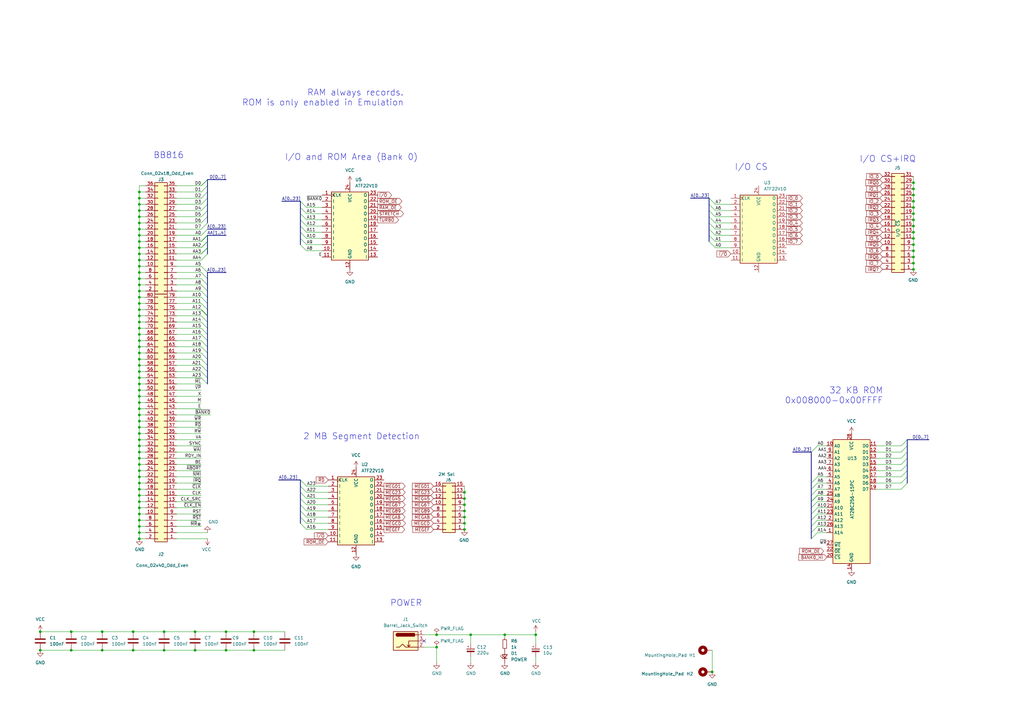
<source format=kicad_sch>
(kicad_sch (version 20250114) (generator "eeschema") (generator_version "9.0")
  (paper "A3")
  (text "2 MB Segment Detection" (at 172.212 180.594 0) (effects (font (size 2.54 2.54)) (justify right bottom)))
  (text "POWER" (at 160.02 248.92 0) (effects (font (size 2.54 2.54)) (justify left bottom)))
  (text "RAM always records.\nROM is only enabled in Emulation" (at 165.608 43.688 0) (effects (font (size 2.54 2.54)) (justify right bottom)))
  (text "32 KB ROM\n0x008000-0x00FFFF" (at 362.204 165.862 0) (effects (font (size 2.54 2.54)) (justify right bottom)))
  (text "BB816" (at 75.438 65.278 0) (effects (font (size 2.54 2.54)) (justify right bottom)))
  (text "I/O CS" (at 314.96 70.104 0) (effects (font (size 2.54 2.54)) (justify right bottom)))
  (text "I/O and ROM Area (Bank 0)" (at 171.45 66.04 0) (effects (font (size 2.54 2.54)) (justify right bottom)))
  (text "I/O CS+IRQ" (at 375.666 66.802 0) (effects (font (size 2.54 2.54)) (justify right bottom)))
  (junction (at 57.15 83.82))
  (junction (at 374.65 85.09))
  (junction (at 57.15 81.28))
  (junction (at 374.65 77.47))
  (junction (at 67.31 259.08))
  (junction (at 190.5 217.17))
  (junction (at 57.15 167.64))
  (junction (at 374.65 97.79))
  (junction (at 57.15 104.14))
  (junction (at 57.15 96.52))
  (junction (at 374.65 110.49))
  (junction (at 190.5 201.93))
  (junction (at 57.15 157.48))
  (junction (at 57.15 170.18))
  (junction (at 374.65 105.41))
  (junction (at 374.65 74.93))
  (junction (at 57.15 198.12))
  (junction (at 292.1 275.59))
  (junction (at 16.51 259.08))
  (junction (at 57.15 134.62))
  (junction (at 57.15 218.44))
  (junction (at 374.65 92.71))
  (junction (at 57.15 109.22))
  (junction (at 207.01 260.35))
  (junction (at 190.5 207.01))
  (junction (at 57.15 200.66))
  (junction (at 179.07 265.43))
  (junction (at 57.15 185.42))
  (junction (at 57.15 149.86))
  (junction (at 57.15 177.8))
  (junction (at 57.15 116.84))
  (junction (at 57.15 172.72))
  (junction (at 190.5 204.47))
  (junction (at 41.91 266.7))
  (junction (at 57.15 162.56))
  (junction (at 374.65 95.25))
  (junction (at 92.71 259.08))
  (junction (at 57.15 190.5))
  (junction (at 104.14 266.7))
  (junction (at 57.15 195.58))
  (junction (at 57.15 175.26))
  (junction (at 57.15 86.36))
  (junction (at 57.15 132.08))
  (junction (at 57.15 203.2))
  (junction (at 29.21 259.08))
  (junction (at 80.01 259.08))
  (junction (at 57.15 213.36))
  (junction (at 57.15 111.76))
  (junction (at 57.15 137.16))
  (junction (at 374.65 80.01))
  (junction (at 374.65 107.95))
  (junction (at 92.71 266.7))
  (junction (at 57.15 99.06))
  (junction (at 57.15 119.38))
  (junction (at 57.15 106.68))
  (junction (at 57.15 124.46))
  (junction (at 57.15 182.88))
  (junction (at 190.5 212.09))
  (junction (at 57.15 215.9))
  (junction (at 57.15 101.6))
  (junction (at 54.61 259.08))
  (junction (at 374.65 82.55))
  (junction (at 57.15 78.74))
  (junction (at 374.65 102.87))
  (junction (at 57.15 144.78))
  (junction (at 104.14 259.08))
  (junction (at 57.15 121.92))
  (junction (at 57.15 187.96))
  (junction (at 57.15 160.02))
  (junction (at 190.5 209.55))
  (junction (at 54.61 266.7))
  (junction (at 57.15 114.3))
  (junction (at 374.65 100.33))
  (junction (at 57.15 165.1))
  (junction (at 57.15 205.74))
  (junction (at 179.07 260.35))
  (junction (at 57.15 93.98))
  (junction (at 67.31 266.7))
  (junction (at 57.15 193.04))
  (junction (at 16.51 266.7))
  (junction (at 57.15 91.44))
  (junction (at 41.91 259.08))
  (junction (at 57.15 127))
  (junction (at 29.21 266.7))
  (junction (at 80.01 266.7))
  (junction (at 190.5 214.63))
  (junction (at 374.65 90.17))
  (junction (at 193.04 260.35))
  (junction (at 57.15 142.24))
  (junction (at 57.15 220.98))
  (junction (at 57.15 154.94))
  (junction (at 57.15 88.9))
  (junction (at 57.15 180.34))
  (junction (at 57.15 210.82))
  (junction (at 57.15 129.54))
  (junction (at 57.15 147.32))
  (junction (at 374.65 87.63))
  (junction (at 57.15 152.4))
  (junction (at 57.15 139.7))
  (junction (at 57.15 208.28))
  (junction (at 219.71 260.35))
  (no_connect (at 173.99 262.89))
  (bus_entry (at 372.11 195.58) (size -2.54 2.54))
  (bus_entry (at 85.09 137.16) (size -2.54 -2.54))
  (bus_entry (at 332.74 220.98) (size 2.54 -2.54))
  (bus_entry (at 85.09 157.48) (size -2.54 -2.54))
  (bus_entry (at 85.09 104.14) (size -2.54 2.54))
  (bus_entry (at 85.09 154.94) (size -2.54 -2.54))
  (bus_entry (at 123.19 85.09) (size 2.54 2.54))
  (bus_entry (at 85.09 124.46) (size -2.54 -2.54))
  (bus_entry (at 85.09 99.06) (size -2.54 2.54))
  (bus_entry (at 372.11 180.34) (size -2.54 2.54))
  (bus_entry (at 123.19 97.79) (size 2.54 2.54))
  (bus_entry (at 372.11 182.88) (size -2.54 2.54))
  (bus_entry (at 123.19 201.93) (size 2.54 2.54))
  (bus_entry (at 85.09 127) (size -2.54 -2.54))
  (bus_entry (at 123.19 95.25) (size 2.54 2.54))
  (bus_entry (at 123.19 196.85) (size 2.54 2.54))
  (bus_entry (at 85.09 147.32) (size -2.54 -2.54))
  (bus_entry (at 290.83 93.98) (size 2.54 2.54))
  (bus_entry (at 290.83 96.52) (size 2.54 2.54))
  (bus_entry (at 85.09 119.38) (size -2.54 -2.54))
  (bus_entry (at 125.73 217.17) (size -2.54 -2.54))
  (bus_entry (at 332.74 213.36) (size 2.54 -2.54))
  (bus_entry (at 85.09 73.66) (size -2.54 2.54))
  (bus_entry (at 85.09 116.84) (size -2.54 -2.54))
  (bus_entry (at 85.09 86.36) (size -2.54 2.54))
  (bus_entry (at 85.09 78.74) (size -2.54 2.54))
  (bus_entry (at 332.74 218.44) (size 2.54 -2.54))
  (bus_entry (at 85.09 134.62) (size -2.54 -2.54))
  (bus_entry (at 332.74 200.66) (size 2.54 -2.54))
  (bus_entry (at 85.09 91.44) (size -2.54 2.54))
  (bus_entry (at 85.09 96.52) (size -2.54 2.54))
  (bus_entry (at 85.09 73.66) (size -2.54 2.54))
  (bus_entry (at 123.19 209.55) (size 2.54 2.54))
  (bus_entry (at 85.09 81.28) (size -2.54 2.54))
  (bus_entry (at 85.09 83.82) (size -2.54 2.54))
  (bus_entry (at 85.09 129.54) (size -2.54 -2.54))
  (bus_entry (at 123.19 100.33) (size 2.54 2.54))
  (bus_entry (at 85.09 142.24) (size -2.54 -2.54))
  (bus_entry (at 123.19 92.71) (size 2.54 2.54))
  (bus_entry (at 290.83 81.28) (size 2.54 2.54))
  (bus_entry (at 123.19 204.47) (size 2.54 2.54))
  (bus_entry (at 85.09 76.2) (size -2.54 2.54))
  (bus_entry (at 85.09 93.98) (size -2.54 2.54))
  (bus_entry (at 332.74 205.74) (size 2.54 -2.54))
  (bus_entry (at 85.09 101.6) (size -2.54 2.54))
  (bus_entry (at 123.19 82.55) (size 2.54 2.54))
  (bus_entry (at 372.11 193.04) (size -2.54 2.54))
  (bus_entry (at 125.73 209.55) (size -2.54 -2.54))
  (bus_entry (at 85.09 129.54) (size -2.54 -2.54))
  (bus_entry (at 372.11 190.5) (size -2.54 2.54))
  (bus_entry (at 332.74 205.74) (size 2.54 -2.54))
  (bus_entry (at 85.09 96.52) (size -2.54 2.54))
  (bus_entry (at 332.74 198.12) (size 2.54 -2.54))
  (bus_entry (at 290.83 88.9) (size 2.54 2.54))
  (bus_entry (at 372.11 185.42) (size -2.54 2.54))
  (bus_entry (at 290.83 91.44) (size 2.54 2.54))
  (bus_entry (at 85.09 121.92) (size -2.54 -2.54))
  (bus_entry (at 332.74 215.9) (size 2.54 -2.54))
  (bus_entry (at 85.09 132.08) (size -2.54 -2.54))
  (bus_entry (at 85.09 129.54) (size -2.54 -2.54))
  (bus_entry (at 123.19 87.63) (size 2.54 2.54))
  (bus_entry (at 85.09 129.54) (size -2.54 -2.54))
  (bus_entry (at 332.74 185.42) (size 2.54 -2.54))
  (bus_entry (at 85.09 101.6) (size -2.54 2.54))
  (bus_entry (at 85.09 152.4) (size -2.54 -2.54))
  (bus_entry (at 123.19 90.17) (size 2.54 2.54))
  (bus_entry (at 290.83 83.82) (size 2.54 2.54))
  (bus_entry (at 85.09 88.9) (size -2.54 2.54))
  (bus_entry (at 85.09 139.7) (size -2.54 -2.54))
  (bus_entry (at 372.11 187.96) (size -2.54 2.54))
  (bus_entry (at 332.74 210.82) (size 2.54 -2.54))
  (bus_entry (at 85.09 99.06) (size -2.54 2.54))
  (bus_entry (at 85.09 114.3) (size -2.54 -2.54))
  (bus_entry (at 372.11 198.12) (size -2.54 2.54))
  (bus_entry (at 290.83 86.36) (size 2.54 2.54))
  (bus_entry (at 85.09 144.78) (size -2.54 -2.54))
  (bus_entry (at 332.74 208.28) (size 2.54 -2.54))
  (bus_entry (at 125.73 214.63) (size -2.54 -2.54))
  (bus_entry (at 332.74 203.2) (size 2.54 -2.54))
  (bus_entry (at 123.19 199.39) (size 2.54 2.54))
  (bus_entry (at 85.09 96.52) (size -2.54 2.54))
  (bus_entry (at 290.83 99.06) (size 2.54 2.54))
  (bus_entry (at 85.09 149.86) (size -2.54 -2.54))
  (bus_entry (at 85.09 111.76) (size -2.54 -2.54))
  (bus (pts (xy 332.74 200.66) (xy 332.74 198.12)))
  (wire (pts (xy 57.15 185.42) (xy 59.69 185.42)))
  (wire (pts (xy 335.28 218.44) (xy 339.09 218.44)))
  (bus (pts (xy 123.19 196.85) (xy 123.19 199.39)))
  (wire (pts (xy 125.73 92.71) (xy 132.08 92.71)))
  (wire (pts (xy 57.15 160.02) (xy 57.15 157.48)))
  (bus (pts (xy 85.09 99.06) (xy 85.09 96.52)))
  (bus (pts (xy 372.11 190.5) (xy 372.11 187.96)))
  (wire (pts (xy 335.28 205.74) (xy 339.09 205.74)))
  (wire (pts (xy 57.15 86.36) (xy 59.69 86.36)))
  (wire (pts (xy 57.15 154.94) (xy 57.15 152.4)))
  (wire (pts (xy 57.15 200.66) (xy 57.15 198.12)))
  (wire (pts (xy 190.5 199.39) (xy 190.5 201.93)))
  (wire (pts (xy 104.14 266.7) (xy 116.84 266.7)))
  (bus (pts (xy 123.19 209.55) (xy 123.19 212.09)))
  (wire (pts (xy 82.55 99.06) (xy 72.39 99.06)))
  (wire (pts (xy 125.73 209.55) (xy 134.62 209.55)))
  (bus (pts (xy 332.74 208.28) (xy 332.74 205.74)))
  (wire (pts (xy 41.91 266.7) (xy 54.61 266.7)))
  (wire (pts (xy 57.15 193.04) (xy 57.15 190.5)))
  (wire (pts (xy 82.55 104.14) (xy 72.39 104.14)))
  (wire (pts (xy 57.15 109.22) (xy 59.69 109.22)))
  (bus (pts (xy 85.09 157.48) (xy 85.09 154.94)))
  (bus (pts (xy 372.11 193.04) (xy 372.11 195.58)))
  (wire (pts (xy 57.15 215.9) (xy 59.69 215.9)))
  (wire (pts (xy 82.55 78.74) (xy 72.39 78.74)))
  (wire (pts (xy 57.15 185.42) (xy 57.15 182.88)))
  (wire (pts (xy 57.15 104.14) (xy 59.69 104.14)))
  (bus (pts (xy 85.09 81.28) (xy 85.09 78.74)))
  (wire (pts (xy 57.15 109.22) (xy 57.15 106.68)))
  (wire (pts (xy 57.15 119.38) (xy 57.15 116.84)))
  (wire (pts (xy 82.55 187.96) (xy 72.39 187.96)))
  (wire (pts (xy 335.28 182.88) (xy 339.09 182.88)))
  (wire (pts (xy 57.15 205.74) (xy 57.15 203.2)))
  (wire (pts (xy 293.37 93.98) (xy 299.72 93.98)))
  (wire (pts (xy 82.55 139.7) (xy 72.39 139.7)))
  (wire (pts (xy 67.31 266.7) (xy 80.01 266.7)))
  (wire (pts (xy 82.55 154.94) (xy 72.39 154.94)))
  (wire (pts (xy 57.15 78.74) (xy 57.15 76.2)))
  (bus (pts (xy 85.09 139.7) (xy 85.09 142.24)))
  (wire (pts (xy 335.28 215.9) (xy 339.09 215.9)))
  (wire (pts (xy 72.39 93.98) (xy 82.55 93.98)))
  (wire (pts (xy 335.28 200.66) (xy 339.09 200.66)))
  (wire (pts (xy 57.15 198.12) (xy 59.69 198.12)))
  (wire (pts (xy 57.15 213.36) (xy 57.15 210.82)))
  (wire (pts (xy 82.55 157.48) (xy 72.39 157.48)))
  (wire (pts (xy 57.15 172.72) (xy 59.69 172.72)))
  (wire (pts (xy 57.15 121.92) (xy 59.69 121.92)))
  (wire (pts (xy 57.15 195.58) (xy 59.69 195.58)))
  (wire (pts (xy 374.65 87.63) (xy 374.65 90.17)))
  (wire (pts (xy 57.15 99.06) (xy 57.15 96.52)))
  (bus (pts (xy 332.74 208.28) (xy 332.74 210.82)))
  (wire (pts (xy 29.21 259.08) (xy 41.91 259.08)))
  (wire (pts (xy 57.15 200.66) (xy 59.69 200.66)))
  (wire (pts (xy 57.15 132.08) (xy 59.69 132.08)))
  (wire (pts (xy 72.39 91.44) (xy 82.55 91.44)))
  (wire (pts (xy 85.09 218.44) (xy 72.39 218.44)))
  (wire (pts (xy 82.55 109.22) (xy 72.39 109.22)))
  (bus (pts (xy 85.09 104.14) (xy 85.09 101.6)))
  (wire (pts (xy 57.15 203.2) (xy 59.69 203.2)))
  (wire (pts (xy 219.71 271.78) (xy 219.71 269.24)))
  (bus (pts (xy 372.11 180.34) (xy 372.11 182.88)))
  (wire (pts (xy 72.39 160.02) (xy 82.55 160.02)))
  (wire (pts (xy 57.15 76.2) (xy 59.69 76.2)))
  (wire (pts (xy 374.65 80.01) (xy 374.65 82.55)))
  (wire (pts (xy 374.65 74.93) (xy 374.65 77.47)))
  (wire (pts (xy 219.71 259.08) (xy 219.71 260.35)))
  (wire (pts (xy 57.15 99.06) (xy 59.69 99.06)))
  (wire (pts (xy 57.15 86.36) (xy 57.15 83.82)))
  (wire (pts (xy 82.55 162.56) (xy 72.39 162.56)))
  (wire (pts (xy 57.15 177.8) (xy 59.69 177.8)))
  (wire (pts (xy 125.73 204.47) (xy 134.62 204.47)))
  (wire (pts (xy 57.15 96.52) (xy 57.15 93.98)))
  (bus (pts (xy 290.83 99.06) (xy 290.83 96.52)))
  (bus (pts (xy 115.57 82.55) (xy 123.19 82.55)))
  (wire (pts (xy 190.5 214.63) (xy 190.5 217.17)))
  (wire (pts (xy 57.15 177.8) (xy 57.15 175.26)))
  (wire (pts (xy 72.39 127) (xy 82.55 127)))
  (wire (pts (xy 57.15 134.62) (xy 59.69 134.62)))
  (wire (pts (xy 125.73 102.87) (xy 132.08 102.87)))
  (wire (pts (xy 82.55 116.84) (xy 72.39 116.84)))
  (wire (pts (xy 104.14 259.08) (xy 116.84 259.08)))
  (bus (pts (xy 85.09 78.74) (xy 85.09 76.2)))
  (wire (pts (xy 179.07 265.43) (xy 179.07 271.78)))
  (wire (pts (xy 207.01 260.35) (xy 207.01 261.62)))
  (bus (pts (xy 372.11 190.5) (xy 372.11 193.04)))
  (bus (pts (xy 114.3 196.85) (xy 123.19 196.85)))
  (wire (pts (xy 82.55 185.42) (xy 72.39 185.42)))
  (wire (pts (xy 82.55 101.6) (xy 72.39 101.6)))
  (wire (pts (xy 41.91 259.08) (xy 54.61 259.08)))
  (wire (pts (xy 57.15 162.56) (xy 59.69 162.56)))
  (wire (pts (xy 16.51 266.7) (xy 29.21 266.7)))
  (wire (pts (xy 82.55 88.9) (xy 72.39 88.9)))
  (wire (pts (xy 82.55 134.62) (xy 72.39 134.62)))
  (wire (pts (xy 57.15 119.38) (xy 59.69 119.38)))
  (bus (pts (xy 85.09 142.24) (xy 85.09 144.78)))
  (wire (pts (xy 57.15 220.98) (xy 59.69 220.98)))
  (wire (pts (xy 82.55 193.04) (xy 72.39 193.04)))
  (wire (pts (xy 335.28 210.82) (xy 339.09 210.82)))
  (wire (pts (xy 82.55 147.32) (xy 72.39 147.32)))
  (bus (pts (xy 290.83 88.9) (xy 290.83 86.36)))
  (bus (pts (xy 85.09 121.92) (xy 85.09 119.38)))
  (wire (pts (xy 57.15 111.76) (xy 57.15 109.22)))
  (wire (pts (xy 82.55 210.82) (xy 72.39 210.82)))
  (wire (pts (xy 374.65 102.87) (xy 374.65 100.33)))
  (bus (pts (xy 85.09 124.46) (xy 85.09 127)))
  (wire (pts (xy 82.55 198.12) (xy 72.39 198.12)))
  (wire (pts (xy 292.1 266.7) (xy 292.1 275.59)))
  (wire (pts (xy 57.15 180.34) (xy 59.69 180.34)))
  (wire (pts (xy 16.51 259.08) (xy 29.21 259.08)))
  (wire (pts (xy 82.55 129.54) (xy 72.39 129.54)))
  (bus (pts (xy 85.09 127) (xy 85.09 129.54)))
  (wire (pts (xy 82.55 215.9) (xy 72.39 215.9)))
  (wire (pts (xy 57.15 182.88) (xy 59.69 182.88)))
  (wire (pts (xy 82.55 83.82) (xy 72.39 83.82)))
  (wire (pts (xy 57.15 116.84) (xy 59.69 116.84)))
  (bus (pts (xy 332.74 203.2) (xy 332.74 200.66)))
  (wire (pts (xy 57.15 116.84) (xy 57.15 114.3)))
  (wire (pts (xy 82.55 190.5) (xy 72.39 190.5)))
  (wire (pts (xy 359.41 190.5) (xy 369.57 190.5)))
  (wire (pts (xy 293.37 91.44) (xy 299.72 91.44)))
  (wire (pts (xy 57.15 187.96) (xy 59.69 187.96)))
  (wire (pts (xy 57.15 81.28) (xy 59.69 81.28)))
  (wire (pts (xy 359.41 200.66) (xy 369.57 200.66)))
  (wire (pts (xy 82.55 142.24) (xy 72.39 142.24)))
  (bus (pts (xy 123.19 204.47) (xy 123.19 207.01)))
  (wire (pts (xy 57.15 134.62) (xy 57.15 132.08)))
  (wire (pts (xy 57.15 165.1) (xy 57.15 162.56)))
  (wire (pts (xy 57.15 213.36) (xy 59.69 213.36)))
  (wire (pts (xy 125.73 85.09) (xy 132.08 85.09)))
  (bus (pts (xy 85.09 111.76) (xy 85.09 114.3)))
  (wire (pts (xy 374.65 105.41) (xy 374.65 102.87)))
  (wire (pts (xy 57.15 215.9) (xy 57.15 213.36)))
  (wire (pts (xy 72.39 167.64) (xy 82.55 167.64)))
  (wire (pts (xy 125.73 201.93) (xy 134.62 201.93)))
  (bus (pts (xy 325.12 185.42) (xy 332.74 185.42)))
  (wire (pts (xy 359.41 187.96) (xy 369.57 187.96)))
  (wire (pts (xy 72.39 121.92) (xy 82.55 121.92)))
  (wire (pts (xy 72.39 111.76) (xy 82.55 111.76)))
  (wire (pts (xy 57.15 139.7) (xy 57.15 137.16)))
  (wire (pts (xy 57.15 198.12) (xy 57.15 195.58)))
  (bus (pts (xy 85.09 132.08) (xy 85.09 134.62)))
  (wire (pts (xy 57.15 193.04) (xy 59.69 193.04)))
  (bus (pts (xy 332.74 210.82) (xy 332.74 213.36)))
  (bus (pts (xy 85.09 73.66) (xy 92.71 73.66)))
  (wire (pts (xy 82.55 208.28) (xy 72.39 208.28)))
  (bus (pts (xy 85.09 134.62) (xy 85.09 137.16)))
  (wire (pts (xy 125.73 207.01) (xy 134.62 207.01)))
  (bus (pts (xy 123.19 82.55) (xy 123.19 85.09)))
  (wire (pts (xy 190.5 209.55) (xy 190.5 212.09)))
  (wire (pts (xy 82.55 180.34) (xy 72.39 180.34)))
  (wire (pts (xy 57.15 170.18) (xy 59.69 170.18)))
  (wire (pts (xy 57.15 190.5) (xy 57.15 187.96)))
  (wire (pts (xy 57.15 208.28) (xy 59.69 208.28)))
  (wire (pts (xy 57.15 144.78) (xy 57.15 142.24)))
  (wire (pts (xy 374.65 107.95) (xy 374.65 105.41)))
  (wire (pts (xy 67.31 259.08) (xy 80.01 259.08)))
  (wire (pts (xy 82.55 152.4) (xy 72.39 152.4)))
  (wire (pts (xy 92.71 266.7) (xy 104.14 266.7)))
  (wire (pts (xy 374.65 95.25) (xy 374.65 97.79)))
  (wire (pts (xy 82.55 195.58) (xy 72.39 195.58)))
  (bus (pts (xy 123.19 201.93) (xy 123.19 204.47)))
  (wire (pts (xy 72.39 76.2) (xy 82.55 76.2)))
  (wire (pts (xy 57.15 175.26) (xy 57.15 172.72)))
  (wire (pts (xy 335.28 195.58) (xy 339.09 195.58)))
  (bus (pts (xy 85.09 147.32) (xy 85.09 149.86)))
  (wire (pts (xy 57.15 137.16) (xy 59.69 137.16)))
  (wire (pts (xy 57.15 124.46) (xy 59.69 124.46)))
  (wire (pts (xy 57.15 152.4) (xy 57.15 149.86)))
  (wire (pts (xy 293.37 101.6) (xy 299.72 101.6)))
  (wire (pts (xy 82.55 86.36) (xy 72.39 86.36)))
  (wire (pts (xy 335.28 208.28) (xy 339.09 208.28)))
  (bus (pts (xy 290.83 86.36) (xy 290.83 83.82)))
  (wire (pts (xy 82.55 182.88) (xy 72.39 182.88)))
  (wire (pts (xy 359.41 185.42) (xy 369.57 185.42)))
  (bus (pts (xy 123.19 97.79) (xy 123.19 95.25)))
  (wire (pts (xy 359.41 195.58) (xy 369.57 195.58)))
  (wire (pts (xy 57.15 147.32) (xy 57.15 144.78)))
  (wire (pts (xy 335.28 203.2) (xy 339.09 203.2)))
  (wire (pts (xy 57.15 101.6) (xy 59.69 101.6)))
  (bus (pts (xy 85.09 88.9) (xy 85.09 91.44)))
  (wire (pts (xy 193.04 271.78) (xy 193.04 269.24)))
  (wire (pts (xy 82.55 149.86) (xy 72.39 149.86)))
  (wire (pts (xy 54.61 259.08) (xy 67.31 259.08)))
  (bus (pts (xy 85.09 129.54) (xy 85.09 132.08)))
  (wire (pts (xy 57.15 93.98) (xy 57.15 91.44)))
  (wire (pts (xy 207.01 260.35) (xy 219.71 260.35)))
  (wire (pts (xy 57.15 149.86) (xy 57.15 147.32)))
  (wire (pts (xy 82.55 175.26) (xy 72.39 175.26)))
  (wire (pts (xy 57.15 96.52) (xy 59.69 96.52)))
  (wire (pts (xy 57.15 190.5) (xy 59.69 190.5)))
  (wire (pts (xy 359.41 182.88) (xy 369.57 182.88)))
  (wire (pts (xy 57.15 83.82) (xy 57.15 81.28)))
  (wire (pts (xy 82.55 119.38) (xy 72.39 119.38)))
  (bus (pts (xy 381 180.34) (xy 372.11 180.34)))
  (wire (pts (xy 293.37 88.9) (xy 299.72 88.9)))
  (wire (pts (xy 193.04 260.35) (xy 207.01 260.35)))
  (wire (pts (xy 57.15 180.34) (xy 57.15 177.8)))
  (wire (pts (xy 374.65 90.17) (xy 374.65 92.71)))
  (wire (pts (xy 57.15 121.92) (xy 57.15 119.38)))
  (wire (pts (xy 125.73 97.79) (xy 132.08 97.79)))
  (wire (pts (xy 125.73 217.17) (xy 134.62 217.17)))
  (bus (pts (xy 85.09 114.3) (xy 85.09 116.84)))
  (wire (pts (xy 293.37 83.82) (xy 299.72 83.82)))
  (wire (pts (xy 57.15 127) (xy 57.15 124.46)))
  (wire (pts (xy 57.15 78.74) (xy 59.69 78.74)))
  (wire (pts (xy 57.15 104.14) (xy 57.15 101.6)))
  (wire (pts (xy 57.15 203.2) (xy 57.15 200.66)))
  (wire (pts (xy 57.15 114.3) (xy 59.69 114.3)))
  (wire (pts (xy 57.15 187.96) (xy 57.15 185.42)))
  (wire (pts (xy 125.73 100.33) (xy 132.08 100.33)))
  (wire (pts (xy 190.5 212.09) (xy 190.5 214.63)))
  (bus (pts (xy 332.74 185.42) (xy 332.74 198.12)))
  (wire (pts (xy 29.21 266.7) (xy 41.91 266.7)))
  (bus (pts (xy 85.09 93.98) (xy 92.71 93.98)))
  (wire (pts (xy 125.73 214.63) (xy 134.62 214.63)))
  (wire (pts (xy 57.15 132.08) (xy 57.15 129.54)))
  (bus (pts (xy 283.21 81.28) (xy 290.83 81.28)))
  (wire (pts (xy 57.15 88.9) (xy 57.15 86.36)))
  (wire (pts (xy 80.01 266.7) (xy 92.71 266.7)))
  (wire (pts (xy 57.15 167.64) (xy 59.69 167.64)))
  (wire (pts (xy 335.28 198.12) (xy 339.09 198.12)))
  (wire (pts (xy 374.65 77.47) (xy 374.65 80.01)))
  (wire (pts (xy 125.73 212.09) (xy 134.62 212.09)))
  (wire (pts (xy 57.15 106.68) (xy 59.69 106.68)))
  (wire (pts (xy 57.15 139.7) (xy 59.69 139.7)))
  (wire (pts (xy 57.15 81.28) (xy 57.15 78.74)))
  (wire (pts (xy 125.73 87.63) (xy 132.08 87.63)))
  (wire (pts (xy 57.15 220.98) (xy 57.15 218.44)))
  (bus (pts (xy 123.19 199.39) (xy 123.19 201.93)))
  (wire (pts (xy 57.15 127) (xy 59.69 127)))
  (wire (pts (xy 82.55 213.36) (xy 72.39 213.36)))
  (wire (pts (xy 82.55 124.46) (xy 72.39 124.46)))
  (wire (pts (xy 179.07 260.35) (xy 193.04 260.35)))
  (bus (pts (xy 372.11 198.12) (xy 372.11 195.58)))
  (wire (pts (xy 57.15 111.76) (xy 59.69 111.76)))
  (wire (pts (xy 57.15 208.28) (xy 57.15 205.74)))
  (wire (pts (xy 57.15 210.82) (xy 57.15 208.28)))
  (wire (pts (xy 57.15 157.48) (xy 57.15 154.94)))
  (wire (pts (xy 179.07 265.43) (xy 173.99 265.43)))
  (wire (pts (xy 85.09 220.98) (xy 72.39 220.98)))
  (wire (pts (xy 374.65 72.39) (xy 374.65 74.93)))
  (bus (pts (xy 332.74 215.9) (xy 332.74 218.44)))
  (bus (pts (xy 332.74 218.44) (xy 332.74 220.98)))
  (wire (pts (xy 335.28 213.36) (xy 339.09 213.36)))
  (bus (pts (xy 85.09 83.82) (xy 85.09 81.28)))
  (wire (pts (xy 293.37 86.36) (xy 299.72 86.36)))
  (wire (pts (xy 57.15 160.02) (xy 59.69 160.02)))
  (bus (pts (xy 332.74 213.36) (xy 332.74 215.9)))
  (wire (pts (xy 80.01 259.08) (xy 92.71 259.08)))
  (wire (pts (xy 173.99 260.35) (xy 179.07 260.35)))
  (wire (pts (xy 82.55 137.16) (xy 72.39 137.16)))
  (bus (pts (xy 85.09 101.6) (xy 85.09 99.06)))
  (bus (pts (xy 85.09 111.76) (xy 92.71 111.76)))
  (bus (pts (xy 123.19 92.71) (xy 123.19 90.17)))
  (wire (pts (xy 57.15 165.1) (xy 59.69 165.1)))
  (wire (pts (xy 374.65 97.79) (xy 374.65 100.33)))
  (bus (pts (xy 85.09 149.86) (xy 85.09 152.4)))
  (wire (pts (xy 374.65 82.55) (xy 374.65 85.09)))
  (wire (pts (xy 57.15 152.4) (xy 59.69 152.4)))
  (wire (pts (xy 82.55 132.08) (xy 72.39 132.08)))
  (wire (pts (xy 57.15 157.48) (xy 59.69 157.48)))
  (wire (pts (xy 82.55 165.1) (xy 72.39 165.1)))
  (bus (pts (xy 85.09 144.78) (xy 85.09 147.32)))
  (wire (pts (xy 57.15 210.82) (xy 59.69 210.82)))
  (wire (pts (xy 57.15 182.88) (xy 57.15 180.34)))
  (wire (pts (xy 57.15 147.32) (xy 59.69 147.32)))
  (wire (pts (xy 193.04 264.16) (xy 193.04 260.35)))
  (wire (pts (xy 293.37 99.06) (xy 299.72 99.06)))
  (bus (pts (xy 290.83 81.28) (xy 290.83 83.82)))
  (bus (pts (xy 85.09 137.16) (xy 85.09 139.7)))
  (bus (pts (xy 85.09 76.2) (xy 85.09 73.66)))
  (wire (pts (xy 125.73 95.25) (xy 132.08 95.25)))
  (bus (pts (xy 85.09 152.4) (xy 85.09 154.94)))
  (wire (pts (xy 57.15 142.24) (xy 59.69 142.24)))
  (bus (pts (xy 85.09 119.38) (xy 85.09 116.84)))
  (wire (pts (xy 374.65 92.71) (xy 374.65 95.25)))
  (wire (pts (xy 57.15 195.58) (xy 57.15 193.04)))
  (wire (pts (xy 125.73 90.17) (xy 132.08 90.17)))
  (wire (pts (xy 82.55 81.28) (xy 72.39 81.28)))
  (wire (pts (xy 190.5 207.01) (xy 190.5 209.55)))
  (wire (pts (xy 57.15 91.44) (xy 57.15 88.9)))
  (wire (pts (xy 57.15 205.74) (xy 59.69 205.74)))
  (wire (pts (xy 57.15 170.18) (xy 57.15 167.64)))
  (wire (pts (xy 57.15 162.56) (xy 57.15 160.02)))
  (wire (pts (xy 374.65 85.09) (xy 374.65 87.63)))
  (wire (pts (xy 82.55 200.66) (xy 72.39 200.66)))
  (wire (pts (xy 374.65 110.49) (xy 374.65 107.95)))
  (wire (pts (xy 57.15 88.9) (xy 59.69 88.9)))
  (bus (pts (xy 85.09 121.92) (xy 85.09 124.46)))
  (wire (pts (xy 57.15 101.6) (xy 57.15 99.06)))
  (bus (pts (xy 332.74 203.2) (xy 332.74 205.74)))
  (wire (pts (xy 190.5 204.47) (xy 190.5 207.01)))
  (wire (pts (xy 57.15 167.64) (xy 57.15 165.1)))
  (wire (pts (xy 57.15 114.3) (xy 57.15 111.76)))
  (wire (pts (xy 190.5 201.93) (xy 190.5 204.47)))
  (wire (pts (xy 92.71 259.08) (xy 104.14 259.08)))
  (bus (pts (xy 123.19 207.01) (xy 123.19 209.55)))
  (bus (pts (xy 372.11 185.42) (xy 372.11 182.88)))
  (wire (pts (xy 54.61 266.7) (xy 67.31 266.7)))
  (wire (pts (xy 57.15 129.54) (xy 57.15 127)))
  (bus (pts (xy 85.09 86.36) (xy 85.09 88.9)))
  (wire (pts (xy 57.15 149.86) (xy 59.69 149.86)))
  (bus (pts (xy 123.19 87.63) (xy 123.19 85.09)))
  (wire (pts (xy 57.15 172.72) (xy 57.15 170.18)))
  (wire (pts (xy 359.41 198.12) (xy 369.57 198.12)))
  (wire (pts (xy 57.15 83.82) (xy 59.69 83.82)))
  (wire (pts (xy 82.55 177.8) (xy 72.39 177.8)))
  (bus (pts (xy 85.09 96.52) (xy 92.71 96.52)))
  (wire (pts (xy 57.15 124.46) (xy 57.15 121.92)))
  (wire (pts (xy 72.39 106.68) (xy 82.55 106.68)))
  (wire (pts (xy 82.55 205.74) (xy 72.39 205.74)))
  (wire (pts (xy 57.15 218.44) (xy 57.15 215.9)))
  (wire (pts (xy 57.15 154.94) (xy 59.69 154.94)))
  (wire (pts (xy 57.15 144.78) (xy 59.69 144.78)))
  (wire (pts (xy 125.73 199.39) (xy 134.62 199.39)))
  (wire (pts (xy 57.15 129.54) (xy 59.69 129.54)))
  (wire (pts (xy 219.71 260.35) (xy 219.71 264.16)))
  (bus (pts (xy 85.09 86.36) (xy 85.09 83.82)))
  (bus (pts (xy 290.83 91.44) (xy 290.83 88.9)))
  (bus (pts (xy 123.19 95.25) (xy 123.19 92.71)))
  (wire (pts (xy 57.15 93.98) (xy 59.69 93.98)))
  (wire (pts (xy 57.15 142.24) (xy 57.15 139.7)))
  (wire (pts (xy 57.15 137.16) (xy 57.15 134.62)))
  (bus (pts (xy 372.11 185.42) (xy 372.11 187.96)))
  (wire (pts (xy 293.37 96.52) (xy 299.72 96.52)))
  (bus (pts (xy 290.83 96.52) (xy 290.83 93.98)))
  (bus (pts (xy 290.83 93.98) (xy 290.83 91.44)))
  (wire (pts (xy 57.15 91.44) (xy 59.69 91.44)))
  (bus (pts (xy 123.19 100.33) (xy 123.19 97.79)))
  (bus (pts (xy 123.19 212.09) (xy 123.19 214.63)))
  (wire (pts (xy 359.41 193.04) (xy 369.57 193.04)))
  (wire (pts (xy 72.39 172.72) (xy 82.55 172.72)))
  (wire (pts (xy 72.39 96.52) (xy 82.55 96.52)))
  (wire (pts (xy 57.15 106.68) (xy 57.15 104.14)))
  (wire (pts (xy 82.55 203.2) (xy 72.39 203.2)))
  (wire (pts (xy 57.15 218.44) (xy 59.69 218.44)))
  (wire (pts (xy 72.39 170.18) (xy 86.36 170.18)))
  (wire (pts (xy 82.55 144.78) (xy 72.39 144.78)))
  (bus (pts (xy 123.19 90.17) (xy 123.19 87.63)))
  (wire (pts (xy 57.15 175.26) (xy 59.69 175.26)))
  (wire (pts (xy 82.55 114.3) (xy 72.39 114.3)))
  (label "M" (at 82.55 165.1 180))
  (label "D1" (at 82.55 78.74 180))
  (label "~{WAI}" (at 82.55 185.42 180))
  (label "A19" (at 129.54 209.55 180))
  (label "D5" (at 365.76 195.58 180))
  (label "A5" (at 335.28 195.58 0))
  (label "AA4" (at 82.55 106.68 180))
  (label "R~{W}" (at 82.55 177.8 180))
  (label "AA3" (at 82.55 104.14 180))
  (label "D7" (at 82.55 93.98 180))
  (label "~{VP}" (at 82.55 160.02 180))
  (label "A13" (at 335.28 215.9 0))
  (label "D0" (at 82.55 76.2 180))
  (label "~{ML}" (at 82.55 157.48 180))
  (label "A0" (at 82.55 96.52 180))
  (label "AA[1..4]" (at 92.71 96.52 180))
  (label "A14" (at 125.73 87.63 0))
  (label "A20" (at 82.55 147.32 180))
  (label "A21" (at 129.54 204.47 180))
  (label "CLK" (at 82.55 203.2 180))
  (label "A8" (at 335.28 203.2 0))
  (label "A11" (at 335.28 210.82 0))
  (label "D2" (at 82.55 81.28 180))
  (label "A[0..23]" (at 114.3 196.85 0))
  (label "A6" (at 335.28 198.12 0))
  (label "A4" (at 293.37 91.44 0))
  (label "A6" (at 82.55 111.76 180))
  (label "A8" (at 125.73 102.87 0))
  (label "A[0..23]" (at 283.21 81.28 0))
  (label "CLK_SRC" (at 82.55 205.74 180))
  (label "D6" (at 82.55 91.44 180))
  (label "AA2" (at 339.09 187.96 180))
  (label "A11" (at 125.73 95.25 0))
  (label "A10" (at 335.28 208.28 0))
  (label "A9" (at 82.55 119.38 180))
  (label "A14" (at 335.28 218.44 0))
  (label "A17" (at 82.55 139.7 180))
  (label "D4" (at 365.76 193.04 180))
  (label "A8" (at 82.55 116.84 180))
  (label "E" (at 132.08 105.41 180))
  (label "A13" (at 125.73 90.17 0))
  (label "A9" (at 125.73 100.33 0))
  (label "A17" (at 129.54 214.63 180))
  (label "D1" (at 365.76 185.42 180))
  (label "D5" (at 82.55 88.9 180))
  (label "A10" (at 125.73 97.79 0))
  (label "A16" (at 129.54 217.17 180))
  (label "A[0..23]" (at 325.12 185.42 0))
  (label "D[0..7]" (at 381 180.34 180))
  (label "D3" (at 365.76 190.5 180))
  (label "A[0..23]" (at 92.71 93.98 180))
  (label "VA" (at 82.55 180.34 180))
  (label "A10" (at 82.55 121.92 180))
  (label "~{RD}" (at 82.55 175.26 180))
  (label "D4" (at 82.55 86.36 180))
  (label "BE" (at 82.55 190.5 180))
  (label "D0" (at 365.76 182.88 180))
  (label "D[0..7]" (at 92.71 73.66 180))
  (label "A7" (at 335.28 200.66 0))
  (label "A7" (at 82.55 114.3 180))
  (label "~{RST}" (at 82.55 213.36 180))
  (label "A13" (at 82.55 129.54 180))
  (label "AA1" (at 339.09 185.42 180))
  (label "A19" (at 82.55 144.78 180))
  (label "A15" (at 125.73 85.09 0))
  (label "~{WR}" (at 82.55 172.72 180))
  (label "A20" (at 129.54 207.01 180))
  (label "A23" (at 129.54 199.39 180))
  (label "A1" (at 293.37 99.06 0))
  (label "~{ABORT}" (at 82.55 193.04 180))
  (label "A6" (at 293.37 86.36 0))
  (label "A7" (at 293.37 83.82 0))
  (label "~{BANK0}" (at 132.08 82.55 180))
  (label "D6" (at 365.76 198.12 180))
  (label "A0" (at 293.37 101.6 0))
  (label "A22" (at 82.55 152.4 180))
  (label "SYNC" (at 82.55 182.88 180))
  (label "~{WR}" (at 339.09 223.52 180))
  (label "~{IRQ}" (at 82.55 198.12 180))
  (label "A0" (at 335.28 182.88 0))
  (label "~{BANK0}" (at 86.36 170.18 180))
  (label "~{CLK}" (at 82.55 200.66 180))
  (label "A14" (at 82.55 132.08 180))
  (label "A12" (at 125.73 92.71 0))
  (label "~{CLK_EN}" (at 82.55 208.28 180))
  (label "A9" (at 335.28 205.74 0))
  (label "D3" (at 82.55 83.82 180))
  (label "A3" (at 293.37 93.98 0))
  (label "A[0..23]" (at 115.57 82.55 0))
  (label "A18" (at 129.54 212.09 180))
  (label "A12" (at 335.28 213.36 0))
  (label "A[0..23]" (at 92.71 111.76 180))
  (label "A15" (at 82.55 134.62 180))
  (label "A11" (at 82.55 124.46 180))
  (label "D2" (at 365.76 187.96 180))
  (label "RDY_IN" (at 82.55 187.96 180))
  (label "A23" (at 82.55 154.94 180))
  (label "~{NMI}" (at 82.55 195.58 180))
  (label "AA2" (at 82.55 101.6 180))
  (label "A2" (at 293.37 96.52 0))
  (label "E" (at 82.55 167.64 180))
  (label "A16" (at 82.55 137.16 180))
  (label "A12" (at 82.55 127 180))
  (label "A18" (at 82.55 142.24 180))
  (label "A21" (at 82.55 149.86 180))
  (label "A5" (at 293.37 88.9 0))
  (label "AA4" (at 339.09 193.04 180))
  (label "AA3" (at 339.09 190.5 180))
  (label "X" (at 82.55 162.56 180))
  (label "A22" (at 129.54 201.93 180))
  (label "~{MR}⎒" (at 82.55 215.9 180))
  (label "A5" (at 82.55 109.22 180))
  (label "AA1" (at 82.55 99.06 180))
  (label "D7" (at 365.76 200.66 180))
  (label "RST" (at 82.55 210.82 180))
  (global_label "~{IRQ5}" (shape input) (at 361.95 100.33 180) (property "Intersheetrefs" "${INTERSHEET_REFS}" (effects (hide yes))))
  (global_label "~{I{slash}O}" (shape input) (at 299.72 104.14 180) (property "Intersheetrefs" "${INTERSHEET_REFS}" (effects (hide yes))))
  (global_label "~{MEGAB}" (shape input) (at 177.8 212.09 180) (property "Intersheetrefs" "${INTERSHEET_REFS}" (effects (hide yes))))
  (global_label "~{IO_0}" (shape input) (at 361.95 72.39 180) (property "Intersheetrefs" "${INTERSHEET_REFS}" (effects (hide yes))))
  (global_label "~{IRQ2}" (shape input) (at 361.95 85.09 180) (property "Intersheetrefs" "${INTERSHEET_REFS}" (effects (hide yes))))
  (global_label "~{MEG23}" (shape input) (at 177.8 201.93 180) (property "Intersheetrefs" "${INTERSHEET_REFS}" (effects (hide yes))))
  (global_label "~{ROM_OE}" (shape input) (at 337.82 226.06 180) (property "Intersheetrefs" "${INTERSHEET_REFS}" (effects (hide yes))))
  (global_label "~{RD}" (shape input) (at 134.62 196.85 180) (property "Intersheetrefs" "${INTERSHEET_REFS}" (effects (hide yes))))
  (global_label "~{MEGEF}" (shape input) (at 177.8 217.17 180) (property "Intersheetrefs" "${INTERSHEET_REFS}" (effects (hide yes))))
  (global_label "~{MEG01}" (shape input) (at 177.8 199.39 180) (property "Intersheetrefs" "${INTERSHEET_REFS}" (effects (hide yes))))
  (global_label "~{IRQ4}" (shape input) (at 361.95 95.25 180) (property "Intersheetrefs" "${INTERSHEET_REFS}" (effects (hide yes))))
  (global_label "~{MEG01}" (shape output) (at 157.48 199.39 0) (property "Intersheetrefs" "${INTERSHEET_REFS}" (effects (hide yes))))
  (global_label "~{ROM_OE}" (shape input) (at 134.62 222.25 180) (property "Intersheetrefs" "${INTERSHEET_REFS}" (effects (hide yes))))
  (global_label "~{IO_7}" (shape input) (at 361.95 107.95 180) (property "Intersheetrefs" "${INTERSHEET_REFS}" (effects (hide yes))))
  (global_label "~{ROM_OE}" (shape output) (at 154.94 82.55 0) (property "Intersheetrefs" "${INTERSHEET_REFS}" (effects (hide yes))))
  (global_label "~{IO_3}" (shape output) (at 322.58 88.9 0) (property "Intersheetrefs" "${INTERSHEET_REFS}" (effects (hide yes))))
  (global_label "~{IRQ1}" (shape input) (at 361.95 80.01 180) (property "Intersheetrefs" "${INTERSHEET_REFS}" (effects (hide yes))))
  (global_label "~{IRQ6}" (shape input) (at 361.95 105.41 180) (property "Intersheetrefs" "${INTERSHEET_REFS}" (effects (hide yes))))
  (global_label "~{IO_6}" (shape output) (at 322.58 96.52 0) (property "Intersheetrefs" "${INTERSHEET_REFS}" (effects (hide yes))))
  (global_label "~{IO_6}" (shape input) (at 361.95 102.87 180) (property "Intersheetrefs" "${INTERSHEET_REFS}" (effects (hide yes))))
  (global_label "~{IRQ0}" (shape input) (at 361.95 74.93 180) (property "Intersheetrefs" "${INTERSHEET_REFS}" (effects (hide yes))))
  (global_label "~{RAM_OE}" (shape output) (at 154.94 85.09 0) (property "Intersheetrefs" "${INTERSHEET_REFS}" (effects (hide yes))))
  (global_label "~{MEGCD}" (shape output) (at 157.48 214.63 0) (property "Intersheetrefs" "${INTERSHEET_REFS}" (effects (hide yes))))
  (global_label "~{MEG67}" (shape output) (at 157.48 207.01 0) (property "Intersheetrefs" "${INTERSHEET_REFS}" (effects (hide yes))))
  (global_label "~{TURBO}" (shape output) (at 154.94 90.17 0) (property "Intersheetrefs" "${INTERSHEET_REFS}" (effects (hide yes))))
  (global_label "~{MEG45}" (shape output) (at 157.48 204.47 0) (property "Intersheetrefs" "${INTERSHEET_REFS}" (effects (hide yes))))
  (global_label "~{IRQ3}" (shape input) (at 361.95 90.17 180) (property "Intersheetrefs" "${INTERSHEET_REFS}" (effects (hide yes))))
  (global_label "~{IO_1}" (shape output) (at 322.58 83.82 0) (property "Intersheetrefs" "${INTERSHEET_REFS}" (effects (hide yes))))
  (global_label "~{MEGEF}" (shape output) (at 157.48 217.17 0) (property "Intersheetrefs" "${INTERSHEET_REFS}" (effects (hide yes))))
  (global_label "~{IO_4}" (shape output) (at 322.58 91.44 0) (property "Intersheetrefs" "${INTERSHEET_REFS}" (effects (hide yes))))
  (global_label "~{IO_1}" (shape input) (at 361.95 77.47 180) (property "Intersheetrefs" "${INTERSHEET_REFS}" (effects (hide yes))))
  (global_label "~{MEG67}" (shape input) (at 177.8 207.01 180) (property "Intersheetrefs" "${INTERSHEET_REFS}" (effects (hide yes))))
  (global_label "~{IO_5}" (shape output) (at 322.58 93.98 0) (property "Intersheetrefs" "${INTERSHEET_REFS}" (effects (hide yes))))
  (global_label "~{MEG89}" (shape input) (at 177.8 209.55 180) (property "Intersheetrefs" "${INTERSHEET_REFS}" (effects (hide yes))))
  (global_label "~{MEG89}" (shape output) (at 157.48 209.55 0) (property "Intersheetrefs" "${INTERSHEET_REFS}" (effects (hide yes))))
  (global_label "~{STRETCH}" (shape output) (at 154.94 87.63 0) (property "Intersheetrefs" "${INTERSHEET_REFS}" (effects (hide yes))))
  (global_label "~{IO_2}" (shape input) (at 361.95 82.55 180) (property "Intersheetrefs" "${INTERSHEET_REFS}" (effects (hide yes))))
  (global_label "~{MEG23}" (shape output) (at 157.48 201.93 0) (property "Intersheetrefs" "${INTERSHEET_REFS}" (effects (hide yes))))
  (global_label "~{IO_0}" (shape output) (at 322.58 81.28 0) (property "Intersheetrefs" "${INTERSHEET_REFS}" (effects (hide yes))))
  (global_label "~{IO_3}" (shape input) (at 361.95 87.63 180) (property "Intersheetrefs" "${INTERSHEET_REFS}" (effects (hide yes))))
  (global_label "~{MEG45}" (shape input) (at 177.8 204.47 180) (property "Intersheetrefs" "${INTERSHEET_REFS}" (effects (hide yes))))
  (global_label "~{I{slash}O}" (shape input) (at 134.62 219.71 180) (property "Intersheetrefs" "${INTERSHEET_REFS}" (effects (hide yes))))
  (global_label "~{MEGAB}" (shape output) (at 157.48 212.09 0) (property "Intersheetrefs" "${INTERSHEET_REFS}" (effects (hide yes))))
  (global_label "~{MEGCD}" (shape input) (at 177.8 214.63 180) (property "Intersheetrefs" "${INTERSHEET_REFS}" (effects (hide yes))))
  (global_label "~{IO_5}" (shape input) (at 361.95 97.79 180) (property "Intersheetrefs" "${INTERSHEET_REFS}" (effects (hide yes))))
  (global_label "~{I{slash}O}" (shape output) (at 154.94 80.01 0) (property "Intersheetrefs" "${INTERSHEET_REFS}" (effects (hide yes))))
  (global_label "~{IO_2}" (shape output) (at 322.58 86.36 0) (property "Intersheetrefs" "${INTERSHEET_REFS}" (effects (hide yes))))
  (global_label "~{IRQ7}" (shape input) (at 361.95 110.49 180) (property "Intersheetrefs" "${INTERSHEET_REFS}" (effects (hide yes))))
  (global_label "~{IO_4}" (shape input) (at 361.95 92.71 180) (property "Intersheetrefs" "${INTERSHEET_REFS}" (effects (hide yes))))
  (global_label "~{IO_7}" (shape output) (at 322.58 99.06 0) (property "Intersheetrefs" "${INTERSHEET_REFS}" (effects (hide yes))))
  (global_label "~{BANK0_HI}" (shape input) (at 339.09 228.6 180) (property "Intersheetrefs" "${INTERSHEET_REFS}" (effects (hide yes))))
  (symbol (lib_id "power:VCC") (at 146.05 191.77 0) (unit 1)
    (property "Reference" "#PWR010" (effects (hide yes)))
    (property "Value" "VCC" (at 146.05 186.69 0))
    (property "Description" "Power symbol creates a global label with name \"VCC\"" (effects (hide yes)))
  )
  (symbol (lib_id "Device:C") (at 67.31 262.89 0) (unit 1)
    (property "Reference" "C5" (at 71.12 261.6199 0) (effects (justify left)))
    (property "Value" "100nF" (at 71.12 264.1599 0) (effects (justify left)))
    (property "Footprint" "Capacitor_THT:C_Disc_D3.4mm_W2.1mm_P2.50mm" (effects (hide yes)))
    (property "Description" "Unpolarized capacitor" (effects (hide yes)))
  )
  (symbol (lib_id "power:VCC") (at 349.25 177.8 0) (unit 1)
    (property "Reference" "#PWR09" (effects (hide yes)))
    (property "Value" "VCC" (at 349.25 172.72 0))
    (property "Description" "Power symbol creates a global label with name \"VCC\"" (effects (hide yes)))
  )
  (symbol (lib_id "power:PWR_FLAG") (at 179.07 265.43 0) (unit 1)
    (property "Reference" "#FLG02" (effects (hide yes)))
    (property "Value" "PWR_FLAG" (at 185.42 262.89 0))
  )
  (symbol (lib_id "power:GND") (at 193.04 271.78 0) (unit 1)
    (property "Reference" "#PWR017" (effects (hide yes)))
    (property "Value" "GND" (at 193.167 276.1742 0))
  )
  (symbol (lib_id "my:ATF22V10") (at 311.15 91.44 0) (unit 1)
    (property "Reference" "U3" (at 313.2933 74.93 0) (effects (justify left)))
    (property "Value" "ATF22V10" (at 313.2933 77.47 0) (effects (justify left)))
    (property "Footprint" "Package_DIP:DIP-24_W7.62mm_Socket" (effects (hide yes)))
    (property "Datasheet" "https://k1.spdns.de/Develop/Projects/GalAsm/info/galer/gal22v10.html" (effects (hide yes)))
  )
  (symbol (lib_id "Device:LED_Small") (at 207.01 269.24 90) (unit 1)
    (property "Reference" "D1" (at 209.55 267.97 90) (effects (justify right)))
    (property "Value" "POWER" (at 209.55 270.51 90) (effects (justify right)))
    (property "Footprint" "LED_THT:LED_D3.0mm" (effects (hide yes)))
    (property "Datasheet" "https://nl.mouser.com/datasheet/2/216/WP132XGD-50469.pdf" (effects (hide yes)))
  )
  (symbol (lib_id "Connector:Barrel_Jack_Switch") (at 166.37 262.89 0) (unit 1)
    (property "Reference" "J1" (at 166.37 254 0))
    (property "Value" "Barrel_Jack_Switch" (at 166.37 256.54 0))
    (property "Footprint" "Connector_BarrelJack:BarrelJack_Horizontal" (effects (hide yes)))
  )
  (symbol (lib_id "power:VCC") (at 143.51 74.93 0) (unit 1)
    (property "Reference" "#PWR012" (effects (hide yes)))
    (property "Value" "VCC" (at 143.51 69.85 0))
    (property "Description" "Power symbol creates a global label with name \"VCC\"" (effects (hide yes)))
  )
  (symbol (lib_id "Device:C") (at 29.21 262.89 0) (unit 1)
    (property "Reference" "C2" (at 33.02 261.6199 0) (effects (justify left)))
    (property "Value" "100nF" (at 33.02 264.1599 0) (effects (justify left)))
    (property "Footprint" "Capacitor_THT:C_Disc_D3.4mm_W2.1mm_P2.50mm" (effects (hide yes)))
    (property "Description" "Unpolarized capacitor" (effects (hide yes)))
  )
  (symbol (lib_id "power:GND") (at 349.25 233.68 0) (unit 1)
    (property "Reference" "#PWR05" (effects (hide yes)))
    (property "Value" "GND" (at 349.25 238.76 0))
    (property "Description" "Power symbol creates a global label with name \"GND\" , ground" (effects (hide yes)))
  )
  (symbol (lib_id "power:GND") (at 16.51 266.7 0) (unit 1)
    (property "Reference" "#PWR013" (effects (hide yes)))
    (property "Value" "GND" (at 16.51 271.78 0))
    (property "Description" "Power symbol creates a global label with name \"GND\" , ground" (effects (hide yes)))
  )
  (symbol (lib_id "power:PWR_FLAG") (at 179.07 260.35 0) (unit 1)
    (property "Reference" "#FLG01" (effects (hide yes)))
    (property "Value" "PWR_FLAG" (at 185.42 257.81 0))
  )
  (symbol (lib_id "power:GND") (at 374.65 110.49 0) (mirror y) (unit 1)
    (property "Reference" "#PWR0103" (effects (hide yes)))
    (property "Value" "GND" (at 374.523 114.8842 0))
  )
  (symbol (lib_id "my:ATF22V10") (at 143.51 90.17 0) (unit 1)
    (property "Reference" "U5" (at 145.6533 73.66 0) (effects (justify left)))
    (property "Value" "ATF22V10" (at 145.6533 76.2 0) (effects (justify left)))
    (property "Footprint" "Package_DIP:DIP-24_W7.62mm_Socket" (effects (hide yes)))
    (property "Datasheet" "https://k1.spdns.de/Develop/Projects/GalAsm/info/galer/gal22v10.html" (effects (hide yes)))
  )
  (symbol (lib_id "power:GND") (at 85.09 218.44 180) (unit 1)
    (property "Reference" "#PWR048" (effects (hide yes)))
    (property "Value" "GND" (at 87.503 214.0458 0))
  )
  (symbol (lib_id "Device:C") (at 16.51 262.89 0) (unit 1)
    (property "Reference" "C1" (at 20.32 261.6199 0) (effects (justify left)))
    (property "Value" "100nF" (at 20.32 264.1599 0) (effects (justify left)))
    (property "Footprint" "Capacitor_THT:C_Disc_D3.4mm_W2.1mm_P2.50mm" (effects (hide yes)))
    (property "Description" "Unpolarized capacitor" (effects (hide yes)))
  )
  (symbol (lib_id "power:VCC") (at 85.09 220.98 180) (unit 1)
    (property "Reference" "#PWR047" (effects (hide yes)))
    (property "Value" "VCC" (at 84.709 225.3742 0))
  )
  (symbol (lib_id "Device:C") (at 104.14 262.89 0) (unit 1)
    (property "Reference" "C10" (at 107.95 261.6199 0) (effects (justify left)))
    (property "Value" "100nF" (at 107.95 264.1599 0) (effects (justify left)))
    (property "Footprint" "Capacitor_THT:C_Disc_D3.4mm_W2.1mm_P2.50mm" (effects (hide yes)))
    (property "Description" "Unpolarized capacitor" (effects (hide yes)))
  )
  (symbol (lib_id "power:GND") (at 292.1 275.59 0) (unit 1)
    (property "Reference" "#PWR024" (effects (hide yes)))
    (property "Value" "GND" (at 292.1 280.67 0))
    (property "Description" "Power symbol creates a global label with name \"GND\" , ground" (effects (hide yes)))
  )
  (symbol (lib_id "power:GND") (at 179.07 271.78 0) (unit 1)
    (property "Reference" "#PWR016" (effects (hide yes)))
    (property "Value" "GND" (at 179.197 276.1742 0))
  )
  (symbol (lib_id "Device:R_Small") (at 207.01 264.16 180) (unit 1)
    (property "Reference" "R6" (at 209.55 262.89 0) (effects (justify right)))
    (property "Value" "1k" (at 209.55 265.43 0) (effects (justify right)))
    (property "Footprint" "Resistor_THT:R_Axial_DIN0207_L6.3mm_D2.5mm_P7.62mm_Horizontal" (effects (hide yes)))
  )
  (symbol (lib_id "Device:C") (at 80.01 262.89 0) (unit 1)
    (property "Reference" "C7" (at 83.82 261.6199 0) (effects (justify left)))
    (property "Value" "100nF" (at 83.82 264.1599 0) (effects (justify left)))
    (property "Footprint" "Capacitor_THT:C_Disc_D3.4mm_W2.1mm_P2.50mm" (effects (hide yes)))
    (property "Description" "Unpolarized capacitor" (effects (hide yes)))
  )
  (symbol (lib_id "Device:C_Polarized_Small") (at 219.71 266.7 0) (unit 1)
    (property "Reference" "C13" (at 222.7072 265.5316 0) (effects (justify left)))
    (property "Value" "10u" (at 222.7072 267.843 0) (effects (justify left)))
    (property "Footprint" "Capacitor_THT:CP_Radial_D4.0mm_P1.50mm" (effects (hide yes)))
  )
  (symbol (lib_id "Connector_Generic:Conn_02x40_Odd_Even") (at 67.31 172.72 180) (unit 1)
    (property "Reference" "J2" (at 66.04 227.33 0))
    (property "Value" "Conn_02x40_Odd_Even" (at 66.548 231.902 0))
    (property "Footprint" "Connector_PinHeader_2.54mm:PinHeader_2x40_P2.54mm_Vertical" (effects (hide yes)))
  )
  (symbol (lib_id "Device:C") (at 41.91 262.89 0) (unit 1)
    (property "Reference" "C3" (at 45.72 261.6199 0) (effects (justify left)))
    (property "Value" "100nF" (at 45.72 264.1599 0) (effects (justify left)))
    (property "Footprint" "Capacitor_THT:C_Disc_D3.4mm_W2.1mm_P2.50mm" (effects (hide yes)))
    (property "Description" "Unpolarized capacitor" (effects (hide yes)))
  )
  (symbol (lib_id "power:GND") (at 190.5 217.17 0) (mirror y) (unit 1)
    (property "Reference" "#PWR0104" (effects (hide yes)))
    (property "Value" "GND" (at 190.373 221.5642 0))
  )
  (symbol (lib_id "Connector_Generic:Conn_02x16_Odd_Even") (at 369.57 92.71 180) (unit 1)
    (property "Reference" "J5" (at 368.046 68.834 0))
    (property "Value" "I/O ~{CS}" (at 368.3 93.726 90))
    (property "Footprint" "Connector_PinHeader_2.54mm:PinHeader_2x10_P2.54mm_Vertical" (effects (hide yes)))
    (property "Description" "Generic connector, double row, 02x16, odd/even pin numbering scheme (row 1 odd numbers, row 2 even numbers), script generated (kicad-library-utils/schlib/autogen/connector/)" (effects (hide yes)))
  )
  (symbol (lib_id "Connector_Generic:Conn_02x18_Odd_Even") (at 67.31 99.06 180) (unit 1)
    (property "Reference" "J3" (at 66.04 73.66 0))
    (property "Value" "Conn_02x18_Odd_Even" (at 68.58 71.12 0))
    (property "Footprint" "Connector_PinHeader_2.54mm:PinHeader_2x18_P2.54mm_Vertical" (effects (hide yes)))
  )
  (symbol (lib_id "my:ATF22V10") (at 146.05 207.01 0) (unit 1)
    (property "Reference" "U2" (at 148.1933 190.5 0) (effects (justify left)))
    (property "Value" "ATF22V10" (at 148.1933 193.04 0) (effects (justify left)))
    (property "Footprint" "Package_DIP:DIP-24_W7.62mm_Socket" (effects (hide yes)))
    (property "Datasheet" "https://k1.spdns.de/Develop/Projects/GalAsm/info/galer/gal22v10.html" (effects (hide yes)))
  )
  (symbol (lib_id "Connector_Generic:Conn_02x08_Odd_Even") (at 185.42 209.55 180) (unit 1)
    (property "Reference" "J6" (at 183.896 196.85 0))
    (property "Value" "2M Sel" (at 183.134 194.564 0))
    (property "Footprint" "Connector_PinHeader_2.54mm:PinHeader_2x10_P2.54mm_Vertical" (effects (hide yes)))
    (property "Description" "Generic connector, double row, 02x08, odd/even pin numbering scheme (row 1 odd numbers, row 2 even numbers), script generated (kicad-library-utils/schlib/autogen/connector/)" (effects (hide yes)))
  )
  (symbol (lib_id "power:GND") (at 219.71 271.78 0) (unit 1)
    (property "Reference" "#PWR020" (effects (hide yes)))
    (property "Value" "GND" (at 219.837 276.1742 0))
  )
  (symbol (lib_id "Memory_EEPROM:28C256") (at 349.25 205.74 0) (unit 1)
    (property "Reference" "U13" (at 347.472 187.96 0) (effects (justify left)))
    (property "Value" "AT28C256-15PC" (at 349.504 212.852 90) (effects (justify left)))
    (property "Footprint" "Package_DIP:DIP-28_W15.24mm_Socket" (effects (hide yes)))
    (property "Datasheet" "http://ww1.microchip.com/downloads/en/DeviceDoc/doc0006.pdf" (effects (hide yes)))
  )
  (symbol (lib_id "power:GND") (at 207.01 271.78 0) (unit 1)
    (property "Reference" "#PWR018" (effects (hide yes)))
    (property "Value" "GND" (at 207.137 276.1742 0))
  )
  (symbol (lib_id "power:GND") (at 57.15 220.98 0) (unit 1)
    (property "Reference" "#PWR0101" (effects (hide yes)))
    (property "Value" "GND" (at 57.277 225.3742 0))
  )
  (symbol (lib_id "Mechanical:MountingHole_Pad") (at 289.56 266.7 90) (unit 1) (in_bom no)
    (property "Reference" "H1" (at 283.972 268.732 90))
    (property "Value" "MountingHole_Pad" (at 273.05 268.732 90))
    (property "Footprint" "MountingHole:MountingHole_3.2mm_M3_Pad" (effects (hide yes)))
    (property "Description" "Mounting Hole with connection" (effects (hide yes)))
  )
  (symbol (lib_id "power:GND") (at 146.05 227.33 0) (unit 1)
    (property "Reference" "#PWR06" (effects (hide yes)))
    (property "Value" "GND" (at 146.05 232.41 0))
    (property "Description" "Power symbol creates a global label with name \"GND\" , ground" (effects (hide yes)))
  )
  (symbol (lib_id "power:VCC") (at 219.71 259.08 0) (unit 1)
    (property "Reference" "#PWR019" (effects (hide yes)))
    (property "Value" "VCC" (at 220.091 254.6858 0))
  )
  (symbol (lib_id "power:GND") (at 143.51 110.49 0) (unit 1)
    (property "Reference" "#PWR07" (effects (hide yes)))
    (property "Value" "GND" (at 143.51 115.57 0))
    (property "Description" "Power symbol creates a global label with name \"GND\" , ground" (effects (hide yes)))
  )
  (symbol (lib_id "Mechanical:MountingHole_Pad") (at 289.56 275.59 90) (unit 1) (in_bom no)
    (property "Reference" "H2" (at 282.956 276.352 90))
    (property "Value" "MountingHole_Pad" (at 271.78 276.352 90))
    (property "Footprint" "MountingHole:MountingHole_3.2mm_M3_Pad" (effects (hide yes)))
    (property "Description" "Mounting Hole with connection" (effects (hide yes)))
  )
  (symbol (lib_id "Device:C") (at 54.61 262.89 0) (unit 1)
    (property "Reference" "C4" (at 58.42 261.6199 0) (effects (justify left)))
    (property "Value" "100nF" (at 58.42 264.1599 0) (effects (justify left)))
    (property "Footprint" "Capacitor_THT:C_Disc_D3.4mm_W2.1mm_P2.50mm" (effects (hide yes)))
    (property "Description" "Unpolarized capacitor" (effects (hide yes)))
  )
  (symbol (lib_id "power:VCC") (at 16.51 259.08 0) (unit 1)
    (property "Reference" "#PWR015" (effects (hide yes)))
    (property "Value" "VCC" (at 16.51 254 0))
    (property "Description" "Power symbol creates a global label with name \"VCC\"" (effects (hide yes)))
  )
  (symbol (lib_id "Device:C") (at 92.71 262.89 0) (unit 1)
    (property "Reference" "C9" (at 95.25 261.6199 0) (effects (justify left)))
    (property "Value" "100nF" (at 95.25 264.1599 0) (effects (justify left)))
    (property "Footprint" "Capacitor_THT:C_Disc_D3.4mm_W2.1mm_P2.50mm" (effects (hide yes)))
    (property "Description" "Unpolarized capacitor" (effects (hide yes)))
  )
  (symbol (lib_id "Device:C_Polarized_Small") (at 193.04 266.7 0) (unit 1)
    (property "Reference" "C12" (at 195.58 265.43 0) (effects (justify left)))
    (property "Value" "220u" (at 195.58 267.7414 0) (effects (justify left)))
    (property "Footprint" "Capacitor_THT:CP_Radial_D6.3mm_P2.50mm" (effects (hide yes)))
  )
  (symbol (lib_id "Device:C") (at 116.84 262.89 0) (unit 1)
    (property "Reference" "C11" (at 120.65 261.6199 0) (effects (justify left)))
    (property "Value" "100nF" (at 120.65 264.1599 0) (effects (justify left)))
    (property "Footprint" "Capacitor_THT:C_Disc_D3.4mm_W2.1mm_P2.50mm" (effects (hide yes)))
    (property "Description" "Unpolarized capacitor" (effects (hide yes)))
  )
)
</source>
